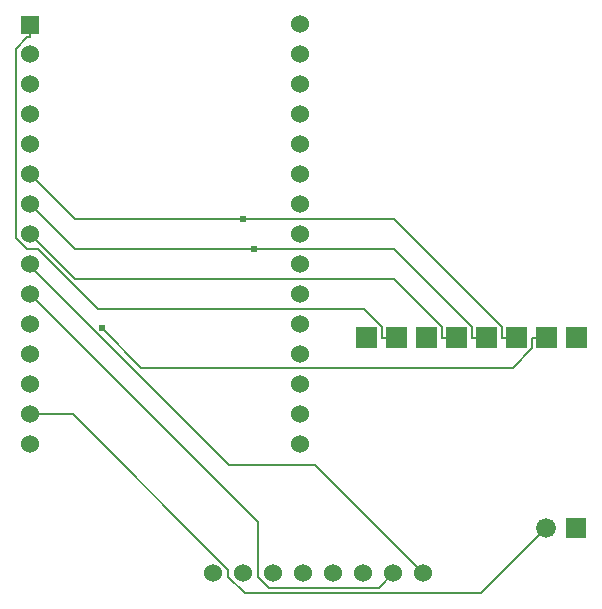
<source format=gbl>
G04 Layer: BottomLayer*
G04 EasyEDA v6.1.52, Mon, 08 Jul 2019 10:21:38 GMT*
G04 5413f9b5b7f849b2b35cf240694ed7f1,988ceec4d1f441188f864a740997233d,10*
G04 Gerber Generator version 0.2*
G04 Scale: 100 percent, Rotated: No, Reflected: No *
G04 Dimensions in millimeters *
G04 leading zeros omitted , absolute positions ,3 integer and 3 decimal *
%FSLAX33Y33*%
%MOMM*%
G90*
G71D02*

%ADD11C,0.203200*%
%ADD12C,0.609999*%
%ADD15C,1.524000*%
%ADD16R,1.676400X1.676400*%
%ADD17C,1.676400*%

%LPD*%
G54D11*
G01X3807Y61465D02*
G01X3807Y60398D01*
G01X3807Y60398D02*
G01X3540Y60398D01*
G01X2575Y59433D01*
G01X2575Y43390D01*
G01X3548Y42418D01*
G01X4480Y42418D01*
G01X9560Y37338D01*
G01X32113Y37338D01*
G01X33604Y35847D01*
G01X33604Y34950D01*
G01X3810Y43688D02*
G01X7620Y39878D01*
G01X34653Y39878D01*
G01X38684Y35847D01*
G01X38684Y34950D01*
G01X39878Y34950D02*
G01X38684Y34950D01*
G01X3810Y46228D02*
G01X7620Y42418D01*
G01X22771Y42418D01*
G01X22771Y42418D01*
G01X22771Y42418D02*
G01X34653Y42418D01*
G01X41224Y35847D01*
G01X41224Y34950D01*
G01X42418Y34950D02*
G01X41224Y34950D01*
G01X3810Y48768D02*
G01X7620Y44958D01*
G01X21844Y44958D01*
G01X21844Y44958D01*
G01X21844Y44958D02*
G01X34653Y44958D01*
G01X43764Y35847D01*
G01X43764Y34950D01*
G01X44958Y34950D02*
G01X43764Y34950D01*
G01X9880Y35786D02*
G01X13238Y32425D01*
G01X44676Y32425D01*
G01X46304Y34053D01*
G01X46304Y34950D01*
G01X47498Y34950D02*
G01X46304Y34950D01*
G01X37084Y14986D02*
G01X27937Y24132D01*
G01X20667Y24132D01*
G01X3810Y40993D01*
G01X3810Y41148D01*
G01X34544Y14986D02*
G01X33314Y13756D01*
G01X24005Y13756D01*
G01X23114Y14648D01*
G01X23114Y19304D01*
G01X3810Y38608D01*
G01X3810Y28448D02*
G01X7399Y28448D01*
G01X20574Y15273D01*
G01X20574Y14729D01*
G01X21996Y13309D01*
G01X42011Y13309D01*
G01X47498Y18796D01*
G01X34798Y34950D02*
G01X33604Y34950D01*
G36*
G01X31369Y34060D02*
G01X31369Y35838D01*
G01X33147Y35838D01*
G01X33147Y34060D01*
G01X31369Y34060D01*
G37*
G36*
G01X33909Y34060D02*
G01X33909Y35838D01*
G01X35687Y35838D01*
G01X35687Y34060D01*
G01X33909Y34060D01*
G37*
G36*
G01X36449Y34060D02*
G01X36449Y35838D01*
G01X38227Y35838D01*
G01X38227Y34060D01*
G01X36449Y34060D01*
G37*
G36*
G01X38989Y34060D02*
G01X38989Y35838D01*
G01X40767Y35838D01*
G01X40767Y34060D01*
G01X38989Y34060D01*
G37*
G36*
G01X41529Y34060D02*
G01X41529Y35838D01*
G01X43307Y35838D01*
G01X43307Y34060D01*
G01X41529Y34060D01*
G37*
G36*
G01X44069Y34060D02*
G01X44069Y35838D01*
G01X45847Y35838D01*
G01X45847Y34060D01*
G01X44069Y34060D01*
G37*
G36*
G01X46609Y34060D02*
G01X46609Y35838D01*
G01X48387Y35838D01*
G01X48387Y34060D01*
G01X46609Y34060D01*
G37*
G36*
G01X49149Y34060D02*
G01X49149Y35838D01*
G01X50927Y35838D01*
G01X50927Y34060D01*
G01X49149Y34060D01*
G37*
G36*
G01X4569Y62227D02*
G01X4569Y60703D01*
G01X3045Y60703D01*
G01X3045Y62227D01*
G01X4569Y62227D01*
G37*
G54D15*
G01X3810Y58928D03*
G01X3810Y56388D03*
G01X3810Y53848D03*
G01X3810Y51308D03*
G01X3810Y48768D03*
G01X3810Y46228D03*
G01X3810Y43688D03*
G01X3810Y41148D03*
G01X3810Y38608D03*
G01X3810Y36068D03*
G01X3810Y33528D03*
G01X3810Y30988D03*
G01X3810Y28448D03*
G01X3810Y25908D03*
G01X26670Y25908D03*
G01X26670Y28448D03*
G01X26670Y30988D03*
G01X26670Y33528D03*
G01X26670Y36068D03*
G01X26670Y38608D03*
G01X26670Y41148D03*
G01X26670Y43688D03*
G01X26670Y46228D03*
G01X26670Y48768D03*
G01X26670Y51308D03*
G01X26670Y53848D03*
G01X26670Y56388D03*
G01X26670Y58928D03*
G01X26670Y61468D03*
G01X37084Y14986D03*
G01X34544Y14986D03*
G01X32004Y14986D03*
G01X29464Y14986D03*
G01X26924Y14986D03*
G01X24384Y14986D03*
G01X21844Y14986D03*
G01X19304Y14986D03*
G54D16*
G01X50038Y18796D03*
G54D17*
G01X47498Y18796D03*
G54D12*
G01X22771Y42418D03*
G01X21844Y44958D03*
G01X9880Y35786D03*
M00*
M02*

</source>
